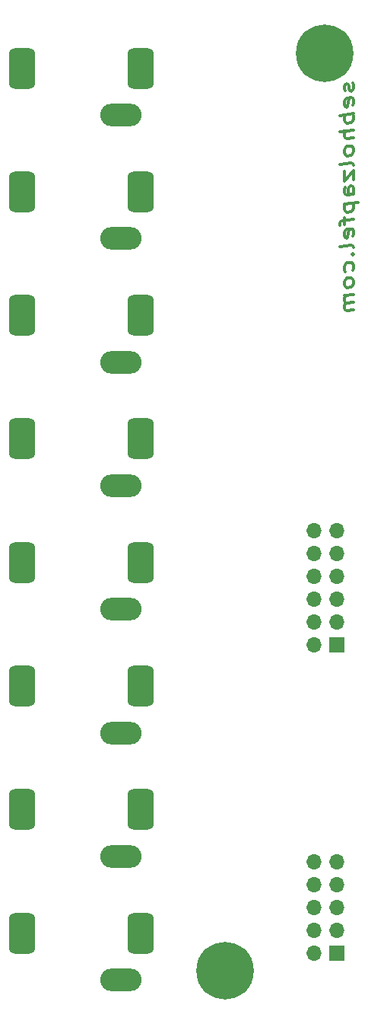
<source format=gbr>
%TF.GenerationSoftware,KiCad,Pcbnew,(6.0.7)*%
%TF.CreationDate,2022-09-10T19:48:32+02:00*%
%TF.ProjectId,eurorack-pmod-pcb,6575726f-7261-4636-9b2d-706d6f642d70,rev?*%
%TF.SameCoordinates,Original*%
%TF.FileFunction,Soldermask,Bot*%
%TF.FilePolarity,Negative*%
%FSLAX46Y46*%
G04 Gerber Fmt 4.6, Leading zero omitted, Abs format (unit mm)*
G04 Created by KiCad (PCBNEW (6.0.7)) date 2022-09-10 19:48:32*
%MOMM*%
%LPD*%
G01*
G04 APERTURE LIST*
G04 Aperture macros list*
%AMRoundRect*
0 Rectangle with rounded corners*
0 $1 Rounding radius*
0 $2 $3 $4 $5 $6 $7 $8 $9 X,Y pos of 4 corners*
0 Add a 4 corners polygon primitive as box body*
4,1,4,$2,$3,$4,$5,$6,$7,$8,$9,$2,$3,0*
0 Add four circle primitives for the rounded corners*
1,1,$1+$1,$2,$3*
1,1,$1+$1,$4,$5*
1,1,$1+$1,$6,$7*
1,1,$1+$1,$8,$9*
0 Add four rect primitives between the rounded corners*
20,1,$1+$1,$2,$3,$4,$5,0*
20,1,$1+$1,$4,$5,$6,$7,0*
20,1,$1+$1,$6,$7,$8,$9,0*
20,1,$1+$1,$8,$9,$2,$3,0*%
G04 Aperture macros list end*
%ADD10C,0.375000*%
%ADD11RoundRect,0.725000X-0.725000X1.575000X-0.725000X-1.575000X0.725000X-1.575000X0.725000X1.575000X0*%
%ADD12O,4.600000X2.500000*%
%ADD13C,0.800000*%
%ADD14C,6.400000*%
%ADD15R,1.700000X1.700000*%
%ADD16O,1.700000X1.700000*%
G04 APERTURE END LIST*
D10*
X18895142Y-7393252D02*
X18966571Y-7574800D01*
X18966571Y-7955752D01*
X18895142Y-8155157D01*
X18752285Y-8268252D01*
X18680857Y-8277181D01*
X18538000Y-8199800D01*
X18466571Y-8018252D01*
X18466571Y-7732538D01*
X18395142Y-7550991D01*
X18252285Y-7473610D01*
X18180857Y-7482538D01*
X18038000Y-7595633D01*
X17966571Y-7795038D01*
X17966571Y-8080752D01*
X18038000Y-8262300D01*
X18895142Y-9869443D02*
X18966571Y-9670038D01*
X18966571Y-9289086D01*
X18895142Y-9107538D01*
X18752285Y-9030157D01*
X18180857Y-9101586D01*
X18038000Y-9214681D01*
X17966571Y-9414086D01*
X17966571Y-9795038D01*
X18038000Y-9976586D01*
X18180857Y-10053967D01*
X18323714Y-10036110D01*
X18466571Y-9065872D01*
X18966571Y-10812895D02*
X17466571Y-11000395D01*
X18038000Y-10928967D02*
X17966571Y-11128372D01*
X17966571Y-11509324D01*
X18038000Y-11690872D01*
X18109428Y-11777181D01*
X18252285Y-11854562D01*
X18680857Y-11800991D01*
X18823714Y-11687895D01*
X18895142Y-11583729D01*
X18966571Y-11384324D01*
X18966571Y-11003372D01*
X18895142Y-10821824D01*
X18966571Y-12622419D02*
X17466571Y-12809919D01*
X18966571Y-13479562D02*
X18180857Y-13577776D01*
X18038000Y-13500395D01*
X17966571Y-13318848D01*
X17966571Y-13033133D01*
X18038000Y-12833729D01*
X18109428Y-12729562D01*
X18966571Y-14717657D02*
X18895142Y-14536110D01*
X18823714Y-14449800D01*
X18680857Y-14372419D01*
X18252285Y-14425991D01*
X18109428Y-14539086D01*
X18038000Y-14643252D01*
X17966571Y-14842657D01*
X17966571Y-15128372D01*
X18038000Y-15309919D01*
X18109428Y-15396229D01*
X18252285Y-15473610D01*
X18680857Y-15420038D01*
X18823714Y-15306943D01*
X18895142Y-15202776D01*
X18966571Y-15003372D01*
X18966571Y-14717657D01*
X18966571Y-16527181D02*
X18895142Y-16345633D01*
X18752285Y-16268252D01*
X17466571Y-16428967D01*
X17966571Y-17223610D02*
X17966571Y-18271229D01*
X18966571Y-17098610D01*
X18966571Y-18146229D01*
X18966571Y-19765276D02*
X18180857Y-19863491D01*
X18038000Y-19786110D01*
X17966571Y-19604562D01*
X17966571Y-19223610D01*
X18038000Y-19024205D01*
X18895142Y-19774205D02*
X18966571Y-19574800D01*
X18966571Y-19098610D01*
X18895142Y-18917062D01*
X18752285Y-18839681D01*
X18609428Y-18857538D01*
X18466571Y-18970633D01*
X18395142Y-19170038D01*
X18395142Y-19646229D01*
X18323714Y-19845633D01*
X17966571Y-20842657D02*
X19466571Y-20655157D01*
X18038000Y-20833729D02*
X17966571Y-21033133D01*
X17966571Y-21414086D01*
X18038000Y-21595633D01*
X18109428Y-21681943D01*
X18252285Y-21759324D01*
X18680857Y-21705752D01*
X18823714Y-21592657D01*
X18895142Y-21488491D01*
X18966571Y-21289086D01*
X18966571Y-20908133D01*
X18895142Y-20726586D01*
X17966571Y-22366467D02*
X17966571Y-23128372D01*
X18966571Y-22527181D02*
X17680857Y-22687895D01*
X17538000Y-22800991D01*
X17466571Y-23000395D01*
X17466571Y-23190872D01*
X18895142Y-24440872D02*
X18966571Y-24241467D01*
X18966571Y-23860514D01*
X18895142Y-23678967D01*
X18752285Y-23601586D01*
X18180857Y-23673014D01*
X18038000Y-23786110D01*
X17966571Y-23985514D01*
X17966571Y-24366467D01*
X18038000Y-24548014D01*
X18180857Y-24625395D01*
X18323714Y-24607538D01*
X18466571Y-23637300D01*
X18966571Y-25670038D02*
X18895142Y-25488491D01*
X18752285Y-25411110D01*
X17466571Y-25571824D01*
X18823714Y-26449800D02*
X18895142Y-26536110D01*
X18966571Y-26431943D01*
X18895142Y-26345633D01*
X18823714Y-26449800D01*
X18966571Y-26431943D01*
X18895142Y-28250395D02*
X18966571Y-28050991D01*
X18966571Y-27670038D01*
X18895142Y-27488491D01*
X18823714Y-27402181D01*
X18680857Y-27324800D01*
X18252285Y-27378372D01*
X18109428Y-27491467D01*
X18038000Y-27595633D01*
X17966571Y-27795038D01*
X17966571Y-28175991D01*
X18038000Y-28357538D01*
X18966571Y-29384324D02*
X18895142Y-29202776D01*
X18823714Y-29116467D01*
X18680857Y-29039086D01*
X18252285Y-29092657D01*
X18109428Y-29205752D01*
X18038000Y-29309919D01*
X17966571Y-29509324D01*
X17966571Y-29795038D01*
X18038000Y-29976586D01*
X18109428Y-30062895D01*
X18252285Y-30140276D01*
X18680857Y-30086705D01*
X18823714Y-29973610D01*
X18895142Y-29869443D01*
X18966571Y-29670038D01*
X18966571Y-29384324D01*
X18966571Y-30908133D02*
X17966571Y-31033133D01*
X18109428Y-31015276D02*
X18038000Y-31119443D01*
X17966571Y-31318848D01*
X17966571Y-31604562D01*
X18038000Y-31786110D01*
X18180857Y-31863491D01*
X18966571Y-31765276D01*
X18180857Y-31863491D02*
X18038000Y-31976586D01*
X17966571Y-32175991D01*
X17966571Y-32461705D01*
X18038000Y-32643252D01*
X18180857Y-32720633D01*
X18966571Y-32622419D01*
D11*
%TO.C,J6*%
X-17970000Y-46964776D03*
X-4770000Y-46964776D03*
D12*
X-6970000Y-52164776D03*
%TD*%
D13*
%TO.C,REF\u002A\u002A*%
X17445056Y-5761056D03*
X14050944Y-5761056D03*
X18148000Y-4064000D03*
D14*
X15748000Y-4064000D03*
D13*
X17445056Y-2366944D03*
X13348000Y-4064000D03*
X14050944Y-2366944D03*
X15748000Y-1664000D03*
X15748000Y-6464000D03*
%TD*%
D15*
%TO.C,J1*%
X17145000Y-104135000D03*
D16*
X14605000Y-104135000D03*
X17145000Y-101595000D03*
X14605000Y-101595000D03*
X17145000Y-99055000D03*
X14605000Y-99055000D03*
X17145000Y-96515000D03*
X14605000Y-96515000D03*
X17145000Y-93975000D03*
X14605000Y-93975000D03*
%TD*%
D11*
%TO.C,J3*%
X-17970000Y-5735611D03*
X-4770000Y-5735611D03*
D12*
X-6970000Y-10935611D03*
%TD*%
D11*
%TO.C,J7*%
X-17970000Y-60707831D03*
X-4770000Y-60707831D03*
D12*
X-6970000Y-65907831D03*
%TD*%
D11*
%TO.C,J4*%
X-17970000Y-19478666D03*
X-4770000Y-19478666D03*
D12*
X-6970000Y-24678666D03*
%TD*%
D11*
%TO.C,J10*%
X-17970000Y-101937000D03*
X-4770000Y-101937000D03*
D12*
X-6970000Y-107137000D03*
%TD*%
D11*
%TO.C,J5*%
X-17970000Y-33221721D03*
X-4770000Y-33221721D03*
D12*
X-6970000Y-38421721D03*
%TD*%
D13*
%TO.C,REF\u002A\u002A*%
X4673600Y-108521200D03*
X6370656Y-107818256D03*
X2976544Y-107818256D03*
D14*
X4673600Y-106121200D03*
D13*
X4673600Y-103721200D03*
X2273600Y-106121200D03*
X2976544Y-104424144D03*
X6370656Y-104424144D03*
X7073600Y-106121200D03*
%TD*%
D11*
%TO.C,J9*%
X-17970000Y-88193941D03*
X-4770000Y-88193941D03*
D12*
X-6970000Y-93393941D03*
%TD*%
D15*
%TO.C,J2*%
X17145000Y-69850000D03*
D16*
X14605000Y-69850000D03*
X17145000Y-67310000D03*
X14605000Y-67310000D03*
X17145000Y-64770000D03*
X14605000Y-64770000D03*
X17145000Y-62230000D03*
X14605000Y-62230000D03*
X17145000Y-59690000D03*
X14605000Y-59690000D03*
X17145000Y-57150000D03*
X14605000Y-57150000D03*
%TD*%
D11*
%TO.C,J8*%
X-17970000Y-74450886D03*
X-4770000Y-74450886D03*
D12*
X-6970000Y-79650886D03*
%TD*%
M02*

</source>
